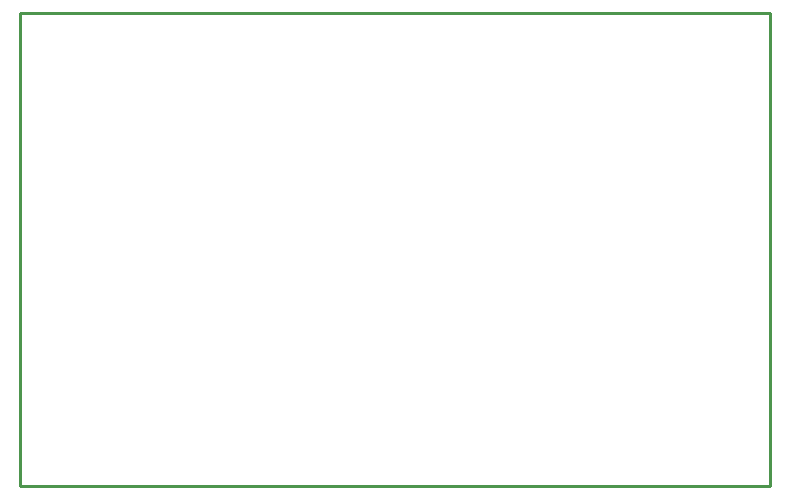
<source format=gbr>
G04 EAGLE Gerber RS-274X export*
G75*
%MOMM*%
%FSLAX34Y34*%
%LPD*%
%IN*%
%IPPOS*%
%AMOC8*
5,1,8,0,0,1.08239X$1,22.5*%
G01*
%ADD10C,0.254000*%


D10*
X0Y0D02*
X635000Y0D01*
X635000Y400050D01*
X0Y400050D01*
X0Y0D01*
M02*

</source>
